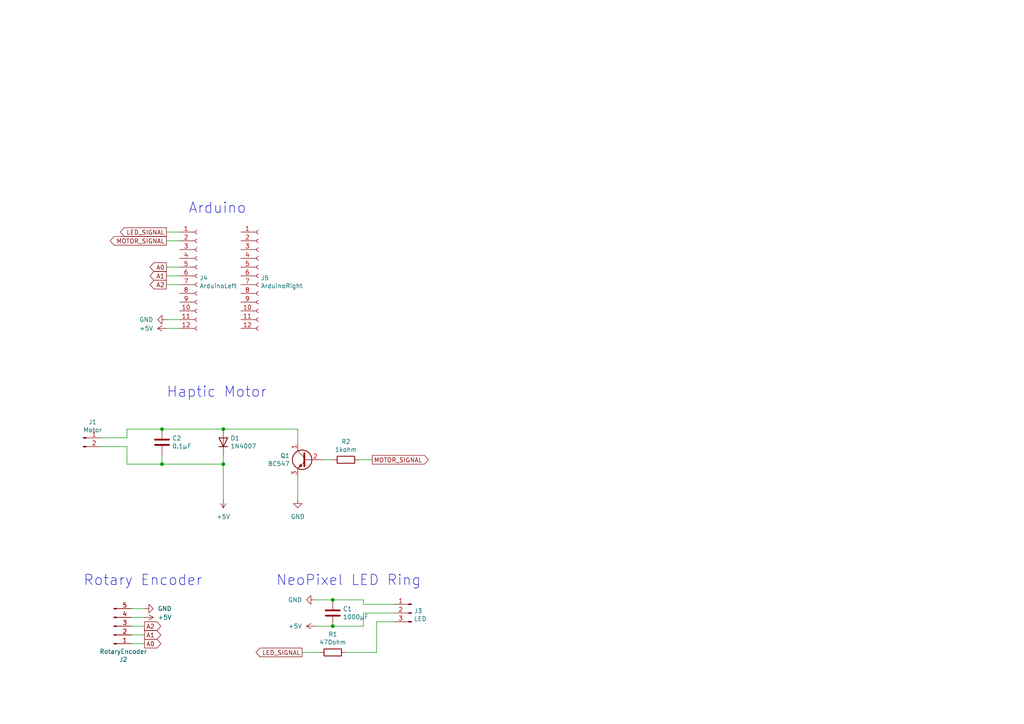
<source format=kicad_sch>
(kicad_sch (version 20211123) (generator eeschema)
  (paper "A4")
  (lib_symbols
    (symbol "Connector:Conn_01x02_Male" (pin_names (offset 1.016) hide)
      (property "Reference" "J" (at 0 2.54 0))
      (property "Value" "Conn_01x02_Male" (at 0 -5.08 0))
      (symbol "Conn_01x02_Male_1_1"
        (polyline (pts (xy 1.27 -2.54) (xy 0.8636 -2.54)) (stroke (width 0.1524)))
        (polyline (pts (xy 1.27 0) (xy 0.8636 0)) (stroke (width 0.1524)))
        (rectangle (start 0.8636 -2.413) (end 0 -2.667) (stroke (width 0.1524)) (fill (type outline)))
        (rectangle (start 0.8636 0.127) (end 0 -0.127) (stroke (width 0.1524)) (fill (type outline)))
        (pin passive line (at 5.08 0 180) (length 3.81) (name "Pin_1") (number "1"))
        (pin passive line (at 5.08 -2.54 180) (length 3.81) (name "Pin_2") (number "2"))
      )
    )
    (symbol "Connector:Conn_01x03_Male" (pin_names (offset 1.016) hide)
      (property "Reference" "J" (at 0 5.08 0))
      (property "Value" "Conn_01x03_Male" (at 0 -5.08 0))
      (symbol "Conn_01x03_Male_1_1"
        (polyline (pts (xy 1.27 -2.54) (xy 0.8636 -2.54)) (stroke (width 0.1524)))
        (polyline (pts (xy 1.27 0) (xy 0.8636 0)) (stroke (width 0.1524)))
        (polyline (pts (xy 1.27 2.54) (xy 0.8636 2.54)) (stroke (width 0.1524)))
        (rectangle (start 0.8636 -2.413) (end 0 -2.667) (stroke (width 0.1524)) (fill (type outline)))
        (rectangle (start 0.8636 0.127) (end 0 -0.127) (stroke (width 0.1524)) (fill (type outline)))
        (rectangle (start 0.8636 2.667) (end 0 2.413) (stroke (width 0.1524)) (fill (type outline)))
        (pin passive line (at 5.08 2.54 180) (length 3.81) (name "Pin_1") (number "1"))
        (pin passive line (at 5.08 0 180) (length 3.81) (name "Pin_2") (number "2"))
        (pin passive line (at 5.08 -2.54 180) (length 3.81) (name "Pin_3") (number "3"))
      )
    )
    (symbol "Connector:Conn_01x05_Male" (pin_names (offset 1.016) hide)
      (property "Reference" "J" (at 0 7.62 0))
      (property "Value" "Conn_01x05_Male" (at 0 -7.62 0))
      (symbol "Conn_01x05_Male_1_1"
        (polyline (pts (xy 1.27 -5.08) (xy 0.8636 -5.08)) (stroke (width 0.1524)))
        (polyline (pts (xy 1.27 -2.54) (xy 0.8636 -2.54)) (stroke (width 0.1524)))
        (polyline (pts (xy 1.27 0) (xy 0.8636 0)) (stroke (width 0.1524)))
        (polyline (pts (xy 1.27 2.54) (xy 0.8636 2.54)) (stroke (width 0.1524)))
        (polyline (pts (xy 1.27 5.08) (xy 0.8636 5.08)) (stroke (width 0.1524)))
        (rectangle (start 0.8636 -4.953) (end 0 -5.207) (stroke (width 0.1524)) (fill (type outline)))
        (rectangle (start 0.8636 -2.413) (end 0 -2.667) (stroke (width 0.1524)) (fill (type outline)))
        (rectangle (start 0.8636 0.127) (end 0 -0.127) (stroke (width 0.1524)) (fill (type outline)))
        (rectangle (start 0.8636 2.667) (end 0 2.413) (stroke (width 0.1524)) (fill (type outline)))
        (rectangle (start 0.8636 5.207) (end 0 4.953) (stroke (width 0.1524)) (fill (type outline)))
        (pin passive line (at 5.08 5.08 180) (length 3.81) (name "Pin_1") (number "1"))
        (pin passive line (at 5.08 2.54 180) (length 3.81) (name "Pin_2") (number "2"))
        (pin passive line (at 5.08 0 180) (length 3.81) (name "Pin_3") (number "3"))
        (pin passive line (at 5.08 -2.54 180) (length 3.81) (name "Pin_4") (number "4"))
        (pin passive line (at 5.08 -5.08 180) (length 3.81) (name "Pin_5") (number "5"))
      )
    )
    (symbol "Connector:Conn_01x12_Female" (pin_names (offset 1.016) hide)
      (property "Reference" "J" (at 0 15.24 0))
      (property "Value" "Conn_01x12_Female" (at 0 -17.78 0))
      (symbol "Conn_01x12_Female_1_1"
        (arc (start 0 -14.732) (mid -0.508 -15.24) (end 0 -15.748) (stroke (width 0.1524)))
        (arc (start 0 -12.192) (mid -0.508 -12.7) (end 0 -13.208) (stroke (width 0.1524)))
        (arc (start 0 -9.652) (mid -0.508 -10.16) (end 0 -10.668) (stroke (width 0.1524)))
        (arc (start 0 -7.112) (mid -0.508 -7.62) (end 0 -8.128) (stroke (width 0.1524)))
        (arc (start 0 -4.572) (mid -0.508 -5.08) (end 0 -5.588) (stroke (width 0.1524)))
        (arc (start 0 -2.032) (mid -0.508 -2.54) (end 0 -3.048) (stroke (width 0.1524)))
        (polyline (pts (xy -1.27 -15.24) (xy -0.508 -15.24)) (stroke (width 0.1524)))
        (polyline (pts (xy -1.27 -12.7) (xy -0.508 -12.7)) (stroke (width 0.1524)))
        (polyline (pts (xy -1.27 -10.16) (xy -0.508 -10.16)) (stroke (width 0.1524)))
        (polyline (pts (xy -1.27 -7.62) (xy -0.508 -7.62)) (stroke (width 0.1524)))
        (polyline (pts (xy -1.27 -5.08) (xy -0.508 -5.08)) (stroke (width 0.1524)))
        (polyline (pts (xy -1.27 -2.54) (xy -0.508 -2.54)) (stroke (width 0.1524)))
        (polyline (pts (xy -1.27 0) (xy -0.508 0)) (stroke (width 0.1524)))
        (polyline (pts (xy -1.27 2.54) (xy -0.508 2.54)) (stroke (width 0.1524)))
        (polyline (pts (xy -1.27 5.08) (xy -0.508 5.08)) (stroke (width 0.1524)))
        (polyline (pts (xy -1.27 7.62) (xy -0.508 7.62)) (stroke (width 0.1524)))
        (polyline (pts (xy -1.27 10.16) (xy -0.508 10.16)) (stroke (width 0.1524)))
        (polyline (pts (xy -1.27 12.7) (xy -0.508 12.7)) (stroke (width 0.1524)))
        (arc (start 0 0.508) (mid -0.508 0) (end 0 -0.508) (stroke (width 0.1524)))
        (arc (start 0 3.048) (mid -0.508 2.54) (end 0 2.032) (stroke (width 0.1524)))
        (arc (start 0 5.588) (mid -0.508 5.08) (end 0 4.572) (stroke (width 0.1524)))
        (arc (start 0 8.128) (mid -0.508 7.62) (end 0 7.112) (stroke (width 0.1524)))
        (arc (start 0 10.668) (mid -0.508 10.16) (end 0 9.652) (stroke (width 0.1524)))
        (arc (start 0 13.208) (mid -0.508 12.7) (end 0 12.192) (stroke (width 0.1524)))
        (pin passive line (at -5.08 12.7 0) (length 3.81) (name "Pin_1") (number "1"))
        (pin passive line (at -5.08 -10.16 0) (length 3.81) (name "Pin_10") (number "10"))
        (pin passive line (at -5.08 -12.7 0) (length 3.81) (name "Pin_11") (number "11"))
        (pin passive line (at -5.08 -15.24 0) (length 3.81) (name "Pin_12") (number "12"))
        (pin passive line (at -5.08 10.16 0) (length 3.81) (name "Pin_2") (number "2"))
        (pin passive line (at -5.08 7.62 0) (length 3.81) (name "Pin_3") (number "3"))
        (pin passive line (at -5.08 5.08 0) (length 3.81) (name "Pin_4") (number "4"))
        (pin passive line (at -5.08 2.54 0) (length 3.81) (name "Pin_5") (number "5"))
        (pin passive line (at -5.08 0 0) (length 3.81) (name "Pin_6") (number "6"))
        (pin passive line (at -5.08 -2.54 0) (length 3.81) (name "Pin_7") (number "7"))
        (pin passive line (at -5.08 -5.08 0) (length 3.81) (name "Pin_8") (number "8"))
        (pin passive line (at -5.08 -7.62 0) (length 3.81) (name "Pin_9") (number "9"))
      )
    )
    (symbol "Device:C" (pin_numbers hide) (pin_names (offset 0.254))
      (property "Reference" "C" (at 0.635 2.54 0))
      (property "Value" "C" (at 0.635 -2.54 0))
      (symbol "C_0_1"
        (polyline (pts (xy -2.032 -0.762) (xy 2.032 -0.762)) (stroke (width 0.508)))
        (polyline (pts (xy -2.032 0.762) (xy 2.032 0.762)) (stroke (width 0.508)))
      )
      (symbol "C_1_1"
        (pin passive line (at 0 3.81 270) (length 2.794) (name "~") (number "1"))
        (pin passive line (at 0 -3.81 90) (length 2.794) (name "~") (number "2"))
      )
    )
    (symbol "Device:R" (pin_numbers hide) (pin_names (offset 0))
      (property "Reference" "R" (at 2.032 0 90))
      (property "Value" "R" (at 0 0 90))
      (symbol "R_0_1"
        (rectangle (start -1.016 -2.54) (end 1.016 2.54) (stroke (width 0.254)))
      )
      (symbol "R_1_1"
        (pin passive line (at 0 3.81 270) (length 1.27) (name "~") (number "1"))
        (pin passive line (at 0 -3.81 90) (length 1.27) (name "~") (number "2"))
      )
    )
    (symbol "Diode:1N4007" (pin_numbers hide) (pin_names hide)
      (property "Reference" "D" (at 0 2.54 0))
      (property "Value" "1N4007" (at 0 -2.54 0))
      (symbol "1N4007_0_1"
        (polyline (pts (xy -1.27 1.27) (xy -1.27 -1.27)) (stroke (width 0.254)))
        (polyline (pts (xy 1.27 0) (xy -1.27 0)))
        (polyline (pts (xy 1.27 1.27) (xy 1.27 -1.27) (xy -1.27 0) (xy 1.27 1.27)) (stroke (width 0.254)))
      )
      (symbol "1N4007_1_1"
        (pin passive line (at -3.81 0 0) (length 2.54) (name "K") (number "1"))
        (pin passive line (at 3.81 0 180) (length 2.54) (name "A") (number "2"))
      )
    )
    (symbol "Transistor_BJT:BC547" (pin_names (offset 0) hide)
      (property "Reference" "Q" (at 5.08 1.905 0))
      (property "Value" "BC547" (at 5.08 0 0))
      (symbol "BC547_0_1"
        (polyline (pts (xy 0 0) (xy 0.635 0)))
        (polyline (pts (xy 0.635 0.635) (xy 2.54 2.54)))
        (polyline (pts (xy 0.635 -0.635) (xy 2.54 -2.54) (xy 2.54 -2.54)))
        (polyline (pts (xy 0.635 1.905) (xy 0.635 -1.905) (xy 0.635 -1.905)) (stroke (width 0.508)))
        (polyline (pts (xy 1.27 -1.778) (xy 1.778 -1.27) (xy 2.286 -2.286) (xy 1.27 -1.778) (xy 1.27 -1.778)) (fill (type outline)))
        (circle (center 1.27 0) (radius 2.8194) (stroke (width 0.254)))
      )
      (symbol "BC547_1_1"
        (pin passive line (at 2.54 5.08 270) (length 2.54) (name "C") (number "1"))
        (pin input line (at -5.08 0 0) (length 5.08) (name "B") (number "2"))
        (pin passive line (at 2.54 -5.08 90) (length 2.54) (name "E") (number "3"))
      )
    )
    (symbol "power:+5V" (power) (pin_names (offset 0))
      (property "Value" "+5V" (at 0 3.556 0))
      (symbol "+5V_0_1"
        (polyline (pts (xy -0.762 1.27) (xy 0 2.54)))
        (polyline (pts (xy 0 0) (xy 0 2.54)))
        (polyline (pts (xy 0 2.54) (xy 0.762 1.27)))
      )
      (symbol "+5V_1_1"
        (pin power_in line (at 0 0 90) (length 0) hide (name "+5V") (number "1"))
      )
    )
    (symbol "power:GND" (power) (pin_names (offset 0))
      (property "Value" "GND" (at 0 -3.81 0))
      (symbol "GND_0_1"
        (polyline (pts (xy 0 0) (xy 0 -1.27) (xy 1.27 -1.27) (xy 0 -2.54) (xy -1.27 -1.27) (xy 0 -1.27)))
      )
      (symbol "GND_1_1"
        (pin power_in line (at 0 0 270) (length 0) hide (name "GND") (number "1"))
      )
    )
  )
  (junction (at 64.77 134.62))
  (junction (at 64.77 124.46))
  (junction (at 46.99 134.62))
  (junction (at 96.52 181.61))
  (junction (at 96.52 173.99))
  (junction (at 46.99 124.46))
  (wire (pts (xy 48.26 77.47) (xy 52.07 77.47)))
  (wire (pts (xy 46.99 134.62) (xy 64.77 134.62)))
  (wire (pts (xy 48.26 67.31) (xy 52.07 67.31)))
  (wire (pts (xy 86.36 138.43) (xy 86.36 144.78)))
  (wire (pts (xy 36.83 134.62) (xy 36.83 129.54)))
  (wire (pts (xy 91.44 173.99) (xy 96.52 173.99)))
  (wire (pts (xy 86.36 124.46) (xy 64.77 124.46)))
  (wire (pts (xy 38.1 186.69) (xy 41.91 186.69)))
  (wire (pts (xy 64.77 144.78) (xy 64.77 134.62)))
  (wire (pts (xy 38.1 184.15) (xy 41.91 184.15)))
  (wire (pts (xy 105.41 175.26) (xy 114.3 175.26)))
  (wire (pts (xy 48.26 69.85) (xy 52.07 69.85)))
  (wire (pts (xy 91.44 181.61) (xy 96.52 181.61)))
  (wire (pts (xy 36.83 129.54) (xy 29.21 129.54)))
  (wire (pts (xy 46.99 124.46) (xy 36.83 124.46)))
  (wire (pts (xy 48.26 92.71) (xy 52.07 92.71)))
  (wire (pts (xy 105.41 181.61) (xy 105.41 177.8)))
  (wire (pts (xy 96.52 181.61) (xy 105.41 181.61)))
  (wire (pts (xy 109.22 180.34) (xy 109.22 189.23)))
  (wire (pts (xy 87.63 189.23) (xy 92.71 189.23)))
  (wire (pts (xy 36.83 124.46) (xy 36.83 127)))
  (wire (pts (xy 109.22 180.34) (xy 114.3 180.34)))
  (wire (pts (xy 64.77 134.62) (xy 64.77 132.08)))
  (wire (pts (xy 38.1 176.53) (xy 41.91 176.53)))
  (wire (pts (xy 38.1 181.61) (xy 41.91 181.61)))
  (wire (pts (xy 46.99 134.62) (xy 46.99 132.08)))
  (wire (pts (xy 86.36 128.27) (xy 86.36 124.46)))
  (wire (pts (xy 46.99 134.62) (xy 36.83 134.62)))
  (wire (pts (xy 105.41 173.99) (xy 105.41 175.26)))
  (wire (pts (xy 100.33 189.23) (xy 109.22 189.23)))
  (wire (pts (xy 48.26 80.01) (xy 52.07 80.01)))
  (wire (pts (xy 48.26 95.25) (xy 52.07 95.25)))
  (wire (pts (xy 38.1 179.07) (xy 41.91 179.07)))
  (wire (pts (xy 96.52 173.99) (xy 105.41 173.99)))
  (wire (pts (xy 36.83 127) (xy 29.21 127)))
  (wire (pts (xy 48.26 82.55) (xy 52.07 82.55)))
  (wire (pts (xy 104.14 133.35) (xy 107.95 133.35)))
  (wire (pts (xy 105.41 177.8) (xy 114.3 177.8)))
  (wire (pts (xy 93.98 133.35) (xy 96.52 133.35)))
  (wire (pts (xy 64.77 124.46) (xy 46.99 124.46)))
  (text "NeoPixel LED Ring" (at 80.01 170.18 0) (effects (font (size 3 3)) (justify left bottom)))
  (text "Haptic Motor" (at 48.26 115.57 0) (effects (font (size 3 3)) (justify left bottom)))
  (text "Rotary Encoder" (at 24.13 170.18 0) (effects (font (size 3 3)) (justify left bottom)))
  (text "Arduino" (at 54.61 62.23 0) (effects (font (size 3 3)) (justify left bottom)))
  (global_label "A0" (shape output) (at 48.26 77.47 180) (property "Intersheet References" "${INTERSHEET_REFS}" (effects hide)))
  (global_label "A0" (shape output) (at 41.91 186.69 0) (property "Intersheet References" "${INTERSHEET_REFS}" (effects hide)))
  (global_label "LED_SIGNAL" (shape output) (at 87.63 189.23 180) (property "Intersheet References" "${INTERSHEET_REFS}" (effects hide)))
  (global_label "MOTOR_SIGNAL" (shape output) (at 107.95 133.35 0) (property "Intersheet References" "${INTERSHEET_REFS}" (effects hide)))
  (global_label "MOTOR_SIGNAL" (shape output) (at 48.26 69.85 180) (property "Intersheet References" "${INTERSHEET_REFS}" (effects hide)))
  (global_label "A2" (shape output) (at 48.26 82.55 180) (property "Intersheet References" "${INTERSHEET_REFS}" (effects hide)))
  (global_label "A2" (shape output) (at 41.91 181.61 0) (property "Intersheet References" "${INTERSHEET_REFS}" (effects hide)))
  (global_label "LED_SIGNAL" (shape output) (at 48.26 67.31 180) (property "Intersheet References" "${INTERSHEET_REFS}" (effects hide)))
  (global_label "A1" (shape output) (at 41.91 184.15 0) (property "Intersheet References" "${INTERSHEET_REFS}" (effects hide)))
  (global_label "A1" (shape output) (at 48.26 80.01 180) (property "Intersheet References" "${INTERSHEET_REFS}" (effects hide)))
  (symbol (lib_id "Device:R") (at 100.33 133.35 270) (unit 1)
    (property "Reference" "R2" (at 100.33 128.0922 90))
    (property "Value" "1kohm" (at 100.33 130.4036 90))
    (property "Footprint" "Resistor_THT:R_Axial_DIN0411_L9.9mm_D3.6mm_P15.24mm_Horizontal" (effects hide))
  )
  (symbol (lib_id "Device:R") (at 96.52 189.23 270) (mirror x) (unit 1)
    (property "Reference" "R1" (at 96.52 183.9722 90))
    (property "Value" "470ohm" (at 96.52 186.2836 90))
    (property "Footprint" "Resistor_THT:R_Axial_DIN0411_L9.9mm_D3.6mm_P15.24mm_Horizontal" (effects hide))
  )
  (symbol (lib_id "Device:C") (at 46.99 128.27 0) (unit 1)
    (property "Reference" "C2" (at 49.911 127.1016 0) (effects (justify left)))
    (property "Value" "0.1µF" (at 49.911 129.413 0) (effects (justify left)))
    (property "Footprint" "Capacitor_THT:C_Disc_D3.8mm_W2.6mm_P2.50mm" (effects hide))
  )
  (symbol (lib_id "Device:C") (at 96.52 177.8 0) (unit 1)
    (property "Reference" "C1" (at 99.441 176.6316 0) (effects (justify left)))
    (property "Value" "1000µF" (at 99.441 178.943 0) (effects (justify left)))
    (property "Footprint" "Capacitor_THT:CP_Radial_D10.0mm_P5.00mm" (effects hide))
  )
  (symbol (lib_id "Diode:1N4007") (at 64.77 128.27 270) (mirror x) (unit 1)
    (property "Reference" "D1" (at 66.802 127.1016 90) (effects (justify left)))
    (property "Value" "1N4007" (at 66.802 129.413 90) (effects (justify left)))
    (property "Footprint" "Diode_THT:D_DO-41_SOD81_P10.16mm_Horizontal" (effects hide))
    (property "Datasheet" "http://www.vishay.com/docs/88503/1n4001.pdf" (effects hide))
  )
  (symbol (lib_id "Transistor_BJT:BC547") (at 88.9 133.35 0) (mirror y) (unit 1)
    (property "Reference" "Q1" (at 84.0486 132.1816 0) (effects (justify left)))
    (property "Value" "BC547" (at 84.0486 134.493 0) (effects (justify left)))
    (property "Footprint" "Package_TO_SOT_THT:TO-92_Inline" (effects hide))
    (property "Datasheet" "https://www.onsemi.com/pub/Collateral/BC550-D.pdf" (effects hide))
  )
  (symbol (lib_id "Connector:Conn_01x03_Male") (at 119.38 177.8 0) (mirror y) (unit 1)
    (property "Reference" "J3" (at 120.0912 177.1904 0) (effects (justify right)))
    (property "Value" "LED" (at 120.0912 179.5018 0) (effects (justify right)))
    (property "Footprint" "Connector_PinHeader_2.54mm:PinHeader_1x03_P2.54mm_Horizontal" (effects hide))
  )
  (symbol (lib_id "Connector:Conn_01x05_Male") (at 33.02 181.61 0) (mirror x) (unit 1)
    (property "Reference" "J2" (at 35.7632 191.2874 0))
    (property "Value" "RotaryEncoder" (at 35.7632 188.976 0))
    (property "Footprint" "Connector_PinHeader_2.54mm:PinHeader_1x05_P2.54mm_Horizontal" (effects hide))
  )
  (symbol (lib_id "Connector:Conn_01x02_Male") (at 24.13 127 0) (unit 1)
    (property "Reference" "J1" (at 26.8732 122.4026 0))
    (property "Value" "Motor" (at 26.8732 124.714 0))
    (property "Footprint" "Connector_PinHeader_2.54mm:PinHeader_1x02_P2.54mm_Horizontal" (effects hide))
  )
  (symbol (lib_id "Connector:Conn_01x12_Female") (at 57.15 80.01 0) (unit 1)
    (property "Reference" "J4" (at 57.8612 80.6196 0) (effects (justify left)))
    (property "Value" "ArduinoLeft" (at 57.8612 82.931 0) (effects (justify left)))
    (property "Footprint" "Connector_PinHeader_2.54mm:PinHeader_1x12_P2.54mm_Vertical" (effects hide))
  )
  (symbol (lib_id "Connector:Conn_01x12_Female") (at 74.93 80.01 0) (unit 1)
    (property "Reference" "J5" (at 75.6412 80.6196 0) (effects (justify left)))
    (property "Value" "ArduinoRight" (at 75.6412 82.931 0) (effects (justify left)))
    (property "Footprint" "Connector_PinHeader_2.54mm:PinHeader_1x12_P2.54mm_Vertical" (effects hide))
  )
  (symbol (lib_id "power:GND") (at 86.36 144.78 0) (unit 1)
    (property "Reference" "#PWR0103" (effects hide))
    (property "Value" "GND" (at 86.36 149.86 0))
  )
  (symbol (lib_id "power:+5V") (at 91.44 181.61 90) (unit 1)
    (property "Reference" "#PWR0102" (effects hide))
    (property "Value" "+5V" (at 87.63 181.6099 90) (effects (justify left)))
  )
  (symbol (lib_id "power:GND") (at 91.44 173.99 270) (unit 1)
    (property "Reference" "#PWR0101" (effects hide))
    (property "Value" "GND" (at 87.63 173.9899 90) (effects (justify right)))
  )
  (symbol (lib_id "power:GND") (at 48.26 92.71 270) (unit 1)
    (property "Reference" "#PWR0108" (effects hide))
    (property "Value" "GND" (at 44.45 92.7099 90) (effects (justify right)))
  )
  (symbol (lib_id "power:+5V") (at 41.91 179.07 270) (unit 1)
    (property "Reference" "#PWR0104" (effects hide))
    (property "Value" "+5V" (at 45.72 179.0699 90) (effects (justify left)))
  )
  (symbol (lib_id "power:+5V") (at 64.77 144.78 180) (unit 1)
    (property "Reference" "#PWR0106" (effects hide))
    (property "Value" "+5V" (at 64.77 149.86 0))
  )
  (symbol (lib_id "power:GND") (at 41.91 176.53 90) (unit 1)
    (property "Reference" "#PWR0105" (effects hide))
    (property "Value" "GND" (at 45.72 176.5299 90) (effects (justify right)))
  )
  (symbol (lib_id "power:+5V") (at 48.26 95.25 90) (unit 1)
    (property "Reference" "#PWR0107" (effects hide))
    (property "Value" "+5V" (at 44.45 95.2499 90) (effects (justify left)))
  )
)
</source>
